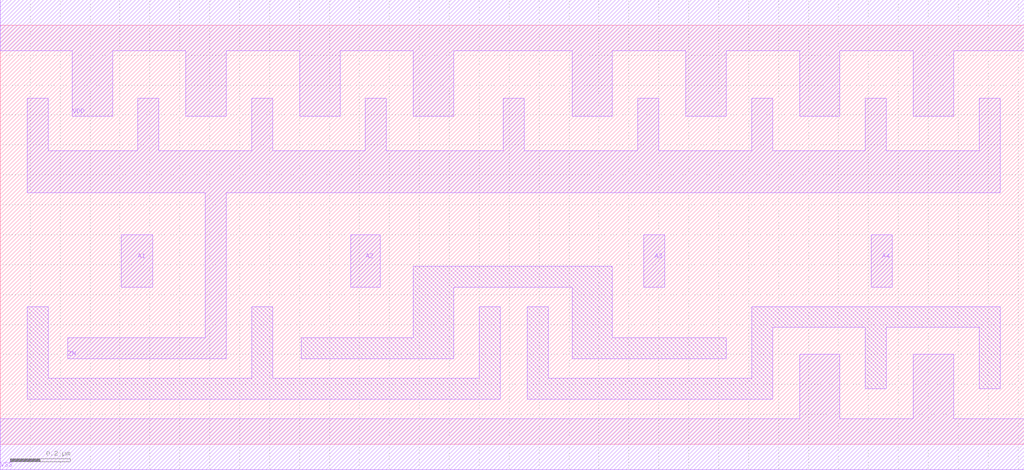
<source format=lef>
# 
# ******************************************************************************
# *                                                                            *
# *                   Copyright (C) 2004-2010, Nangate Inc.                    *
# *                           All rights reserved.                             *
# *                                                                            *
# * Nangate and the Nangate logo are trademarks of Nangate Inc.                *
# *                                                                            *
# * All trademarks, logos, software marks, and trade names (collectively the   *
# * "Marks") in this program are proprietary to Nangate or other respective    *
# * owners that have granted Nangate the right and license to use such Marks.  *
# * You are not permitted to use the Marks without the prior written consent   *
# * of Nangate or such third party that may own the Marks.                     *
# *                                                                            *
# * This file has been provided pursuant to a License Agreement containing     *
# * restrictions on its use. This file contains valuable trade secrets and     *
# * proprietary information of Nangate Inc., and is protected by U.S. and      *
# * international laws and/or treaties.                                        *
# *                                                                            *
# * The copyright notice(s) in this file does not indicate actual or intended  *
# * publication of this file.                                                  *
# *                                                                            *
# *     NGLibraryCreator, v2010.08-HR32-SP3-2010-08-05 - build 1009061800      *
# *                                                                            *
# ******************************************************************************
# 
# 
# Running on brazil06.nangate.com.br for user Giancarlo Franciscatto (gfr).
# Local time is now Fri, 3 Dec 2010, 19:32:18.
# Main process id is 27821.

VERSION 5.6 ;
BUSBITCHARS "[]" ;
DIVIDERCHAR "/" ;

MACRO NAND4_X4
  CLASS core ;
  FOREIGN NAND4_X4 0.0 0.0 ;
  ORIGIN 0 0 ;
  SYMMETRY X Y ;
  SITE FreePDK45_38x28_10R_NP_162NW_34O ;
  SIZE 3.42 BY 1.4 ;
  PIN A1
    DIRECTION INPUT ;
    ANTENNAPARTIALMETALAREA 0.018375 LAYER metal1 ;
    ANTENNAPARTIALMETALSIDEAREA 0.0728 LAYER metal1 ;
    ANTENNAGATEAREA 0.209 ;
    PORT
      LAYER metal1 ;
        POLYGON 0.405 0.525 0.51 0.525 0.51 0.7 0.405 0.7  ;
    END
  END A1
  PIN A2
    DIRECTION INPUT ;
    ANTENNAPARTIALMETALAREA 0.0175 LAYER metal1 ;
    ANTENNAPARTIALMETALSIDEAREA 0.0715 LAYER metal1 ;
    ANTENNAGATEAREA 0.209 ;
    PORT
      LAYER metal1 ;
        POLYGON 1.17 0.525 1.27 0.525 1.27 0.7 1.17 0.7  ;
    END
  END A2
  PIN A3
    DIRECTION INPUT ;
    ANTENNAPARTIALMETALAREA 0.01225 LAYER metal1 ;
    ANTENNAPARTIALMETALSIDEAREA 0.0637 LAYER metal1 ;
    ANTENNAGATEAREA 0.209 ;
    PORT
      LAYER metal1 ;
        POLYGON 2.15 0.525 2.22 0.525 2.22 0.7 2.15 0.7  ;
    END
  END A3
  PIN A4
    DIRECTION INPUT ;
    ANTENNAPARTIALMETALAREA 0.01225 LAYER metal1 ;
    ANTENNAPARTIALMETALSIDEAREA 0.0637 LAYER metal1 ;
    ANTENNAGATEAREA 0.209 ;
    PORT
      LAYER metal1 ;
        POLYGON 2.91 0.525 2.98 0.525 2.98 0.7 2.91 0.7  ;
    END
  END A4
  PIN ZN
    DIRECTION OUTPUT ;
    ANTENNAPARTIALMETALAREA 0.6363 LAYER metal1 ;
    ANTENNAPARTIALMETALSIDEAREA 1.5548 LAYER metal1 ;
    ANTENNADIFFAREA 0.9604 ;
    PORT
      LAYER metal1 ;
        POLYGON 0.09 0.84 0.685 0.84 0.685 0.355 0.225 0.355 0.225 0.285 0.755 0.285 0.755 0.84 2.425 0.84 3.34 0.84 3.34 1.155 3.27 1.155 3.27 0.98 2.96 0.98 2.96 1.155 2.89 1.155 2.89 0.98 2.58 0.98 2.58 1.155 2.51 1.155 2.51 0.98 2.425 0.98 2.2 0.98 2.2 1.155 2.13 1.155 2.13 0.98 1.75 0.98 1.75 1.155 1.68 1.155 1.68 0.98 1.29 0.98 1.29 1.155 1.22 1.155 1.22 0.98 0.91 0.98 0.91 1.155 0.84 1.155 0.84 0.98 0.53 0.98 0.53 1.155 0.46 1.155 0.46 0.98 0.16 0.98 0.16 1.155 0.09 1.155  ;
    END
  END ZN
  PIN VDD
    DIRECTION INOUT ;
    USE power ;
    SHAPE ABUTMENT ;
    PORT
      LAYER metal1 ;
        POLYGON 0 1.315 0.24 1.315 0.24 1.095 0.375 1.095 0.375 1.315 0.62 1.315 0.62 1.095 0.755 1.095 0.755 1.315 1 1.315 1 1.095 1.135 1.095 1.135 1.315 1.38 1.315 1.38 1.095 1.515 1.095 1.515 1.315 1.91 1.315 1.91 1.095 2.045 1.095 2.045 1.315 2.29 1.315 2.29 1.095 2.425 1.095 2.425 1.315 2.67 1.315 2.67 1.095 2.805 1.095 2.805 1.315 3.05 1.315 3.05 1.095 3.185 1.095 3.185 1.315 3.34 1.315 3.42 1.315 3.42 1.485 3.34 1.485 2.425 1.485 0 1.485  ;
    END
  END VDD
  PIN VSS
    DIRECTION INOUT ;
    USE ground ;
    SHAPE ABUTMENT ;
    PORT
      LAYER metal1 ;
        POLYGON 0 -0.085 3.42 -0.085 3.42 0.085 3.185 0.085 3.185 0.3 3.05 0.3 3.05 0.085 2.805 0.085 2.805 0.3 2.67 0.3 2.67 0.085 0 0.085  ;
    END
  END VSS
  OBS
      LAYER metal1 ;
        POLYGON 0.09 0.15 1.67 0.15 1.67 0.46 1.6 0.46 1.6 0.22 0.91 0.22 0.91 0.46 0.84 0.46 0.84 0.22 0.16 0.22 0.16 0.46 0.09 0.46  ;
        POLYGON 1.005 0.285 1.515 0.285 1.515 0.525 1.91 0.525 1.91 0.285 2.425 0.285 2.425 0.355 2.045 0.355 2.045 0.595 1.38 0.595 1.38 0.355 1.005 0.355  ;
        POLYGON 1.76 0.15 2.58 0.15 2.58 0.39 2.89 0.39 2.89 0.185 2.96 0.185 2.96 0.39 3.27 0.39 3.27 0.185 3.34 0.185 3.34 0.46 2.51 0.46 2.51 0.22 1.83 0.22 1.83 0.46 1.76 0.46  ;
  END
END NAND4_X4

END LIBRARY
#
# End of file
#

</source>
